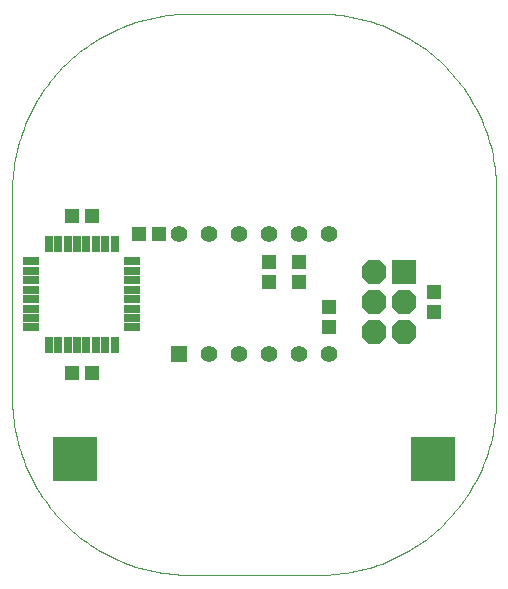
<source format=gbs>
G75*
%MOIN*%
%OFA0B0*%
%FSLAX24Y24*%
%IPPOS*%
%LPD*%
%AMOC8*
5,1,8,0,0,1.08239X$1,22.5*
%
%ADD10C,0.0000*%
%ADD11R,0.0513X0.0474*%
%ADD12R,0.0474X0.0513*%
%ADD13R,0.0300X0.0580*%
%ADD14R,0.0580X0.0300*%
%ADD15R,0.0556X0.0556*%
%ADD16C,0.0556*%
%ADD17R,0.1497X0.1497*%
%ADD18R,0.0820X0.0820*%
%ADD19OC8,0.0820*%
D10*
X002589Y006965D02*
X002589Y013855D01*
X002591Y014007D01*
X002597Y014159D01*
X002607Y014311D01*
X002620Y014462D01*
X002638Y014613D01*
X002659Y014764D01*
X002685Y014914D01*
X002714Y015063D01*
X002747Y015212D01*
X002784Y015359D01*
X002824Y015506D01*
X002869Y015651D01*
X002917Y015795D01*
X002969Y015938D01*
X003024Y016080D01*
X003083Y016220D01*
X003146Y016359D01*
X003212Y016496D01*
X003282Y016631D01*
X003355Y016764D01*
X003432Y016895D01*
X003512Y017025D01*
X003595Y017152D01*
X003681Y017277D01*
X003771Y017400D01*
X003864Y017520D01*
X003960Y017638D01*
X004059Y017754D01*
X004161Y017867D01*
X004265Y017977D01*
X004373Y018085D01*
X004483Y018189D01*
X004596Y018291D01*
X004712Y018390D01*
X004830Y018486D01*
X004950Y018579D01*
X005073Y018669D01*
X005198Y018755D01*
X005325Y018838D01*
X005455Y018918D01*
X005586Y018995D01*
X005719Y019068D01*
X005854Y019138D01*
X005991Y019204D01*
X006130Y019267D01*
X006270Y019326D01*
X006412Y019381D01*
X006555Y019433D01*
X006699Y019481D01*
X006844Y019526D01*
X006991Y019566D01*
X007138Y019603D01*
X007287Y019636D01*
X007436Y019665D01*
X007586Y019691D01*
X007737Y019712D01*
X007888Y019730D01*
X008039Y019743D01*
X008191Y019753D01*
X008343Y019759D01*
X008495Y019761D01*
X008495Y019760D02*
X012825Y019760D01*
X012825Y019761D02*
X012977Y019759D01*
X013129Y019753D01*
X013281Y019743D01*
X013432Y019730D01*
X013583Y019712D01*
X013734Y019691D01*
X013884Y019665D01*
X014033Y019636D01*
X014182Y019603D01*
X014329Y019566D01*
X014476Y019526D01*
X014621Y019481D01*
X014765Y019433D01*
X014908Y019381D01*
X015050Y019326D01*
X015190Y019267D01*
X015329Y019204D01*
X015466Y019138D01*
X015601Y019068D01*
X015734Y018995D01*
X015865Y018918D01*
X015995Y018838D01*
X016122Y018755D01*
X016247Y018669D01*
X016370Y018579D01*
X016490Y018486D01*
X016608Y018390D01*
X016724Y018291D01*
X016837Y018189D01*
X016947Y018085D01*
X017055Y017977D01*
X017159Y017867D01*
X017261Y017754D01*
X017360Y017638D01*
X017456Y017520D01*
X017549Y017400D01*
X017639Y017277D01*
X017725Y017152D01*
X017808Y017025D01*
X017888Y016895D01*
X017965Y016764D01*
X018038Y016631D01*
X018108Y016496D01*
X018174Y016359D01*
X018237Y016220D01*
X018296Y016080D01*
X018351Y015938D01*
X018403Y015795D01*
X018451Y015651D01*
X018496Y015506D01*
X018536Y015359D01*
X018573Y015212D01*
X018606Y015063D01*
X018635Y014914D01*
X018661Y014764D01*
X018682Y014613D01*
X018700Y014462D01*
X018713Y014311D01*
X018723Y014159D01*
X018729Y014007D01*
X018731Y013855D01*
X018731Y006965D01*
X018729Y006813D01*
X018723Y006661D01*
X018713Y006509D01*
X018700Y006358D01*
X018682Y006207D01*
X018661Y006056D01*
X018635Y005906D01*
X018606Y005757D01*
X018573Y005608D01*
X018536Y005461D01*
X018496Y005314D01*
X018451Y005169D01*
X018403Y005025D01*
X018351Y004882D01*
X018296Y004740D01*
X018237Y004600D01*
X018174Y004461D01*
X018108Y004324D01*
X018038Y004189D01*
X017965Y004056D01*
X017888Y003925D01*
X017808Y003795D01*
X017725Y003668D01*
X017639Y003543D01*
X017549Y003420D01*
X017456Y003300D01*
X017360Y003182D01*
X017261Y003066D01*
X017159Y002953D01*
X017055Y002843D01*
X016947Y002735D01*
X016837Y002631D01*
X016724Y002529D01*
X016608Y002430D01*
X016490Y002334D01*
X016370Y002241D01*
X016247Y002151D01*
X016122Y002065D01*
X015995Y001982D01*
X015865Y001902D01*
X015734Y001825D01*
X015601Y001752D01*
X015466Y001682D01*
X015329Y001616D01*
X015190Y001553D01*
X015050Y001494D01*
X014908Y001439D01*
X014765Y001387D01*
X014621Y001339D01*
X014476Y001294D01*
X014329Y001254D01*
X014182Y001217D01*
X014033Y001184D01*
X013884Y001155D01*
X013734Y001129D01*
X013583Y001108D01*
X013432Y001090D01*
X013281Y001077D01*
X013129Y001067D01*
X012977Y001061D01*
X012825Y001059D01*
X012825Y001060D02*
X008495Y001060D01*
X008495Y001059D02*
X008343Y001061D01*
X008191Y001067D01*
X008039Y001077D01*
X007888Y001090D01*
X007737Y001108D01*
X007586Y001129D01*
X007436Y001155D01*
X007287Y001184D01*
X007138Y001217D01*
X006991Y001254D01*
X006844Y001294D01*
X006699Y001339D01*
X006555Y001387D01*
X006412Y001439D01*
X006270Y001494D01*
X006130Y001553D01*
X005991Y001616D01*
X005854Y001682D01*
X005719Y001752D01*
X005586Y001825D01*
X005455Y001902D01*
X005325Y001982D01*
X005198Y002065D01*
X005073Y002151D01*
X004950Y002241D01*
X004830Y002334D01*
X004712Y002430D01*
X004596Y002529D01*
X004483Y002631D01*
X004373Y002735D01*
X004265Y002843D01*
X004161Y002953D01*
X004059Y003066D01*
X003960Y003182D01*
X003864Y003300D01*
X003771Y003420D01*
X003681Y003543D01*
X003595Y003668D01*
X003512Y003795D01*
X003432Y003925D01*
X003355Y004056D01*
X003282Y004189D01*
X003212Y004324D01*
X003146Y004461D01*
X003083Y004600D01*
X003024Y004740D01*
X002969Y004882D01*
X002917Y005025D01*
X002869Y005169D01*
X002824Y005314D01*
X002784Y005461D01*
X002747Y005608D01*
X002714Y005757D01*
X002685Y005906D01*
X002659Y006056D01*
X002638Y006207D01*
X002620Y006358D01*
X002607Y006509D01*
X002597Y006661D01*
X002591Y006813D01*
X002589Y006965D01*
D11*
X004575Y007785D03*
X005245Y007785D03*
X005245Y013035D03*
X004575Y013035D03*
X011160Y011495D03*
X011160Y010825D03*
X012160Y010825D03*
X012160Y011495D03*
X013160Y009995D03*
X013160Y009325D03*
X016660Y009825D03*
X016660Y010495D03*
D12*
X007495Y012410D03*
X006825Y012410D03*
D13*
X006012Y012100D03*
X005697Y012100D03*
X005382Y012100D03*
X005067Y012100D03*
X004753Y012100D03*
X004438Y012100D03*
X004123Y012100D03*
X003808Y012100D03*
X003808Y008720D03*
X004123Y008720D03*
X004438Y008720D03*
X004753Y008720D03*
X005067Y008720D03*
X005382Y008720D03*
X005697Y008720D03*
X006012Y008720D03*
D14*
X006600Y009308D03*
X006600Y009623D03*
X006600Y009938D03*
X006600Y010253D03*
X006600Y010567D03*
X006600Y010882D03*
X006600Y011197D03*
X006600Y011512D03*
X003220Y011512D03*
X003220Y011197D03*
X003220Y010882D03*
X003220Y010567D03*
X003220Y010253D03*
X003220Y009938D03*
X003220Y009623D03*
X003220Y009308D03*
D15*
X008160Y008410D03*
D16*
X009160Y008410D03*
X010160Y008410D03*
X011160Y008410D03*
X012160Y008410D03*
X013160Y008410D03*
X013160Y012410D03*
X012160Y012410D03*
X011160Y012410D03*
X010160Y012410D03*
X009160Y012410D03*
X008160Y012410D03*
D17*
X004695Y004910D03*
X016625Y004910D03*
D18*
X015660Y011160D03*
D19*
X015660Y010160D03*
X015660Y009160D03*
X014660Y009160D03*
X014660Y010160D03*
X014660Y011160D03*
M02*

</source>
